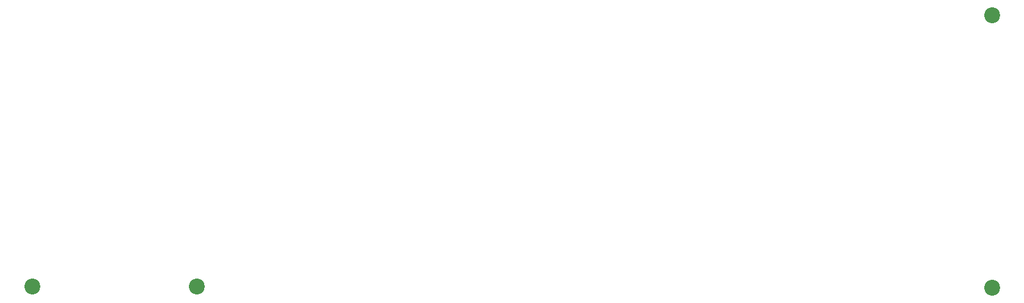
<source format=gbr>
%TF.GenerationSoftware,Altium Limited,Altium Designer,22.4.2 (48)*%
G04 Layer_Color=0*
%FSLAX45Y45*%
%MOMM*%
%TF.SameCoordinates,3A7B4B19-9BDF-4AC5-8A71-DEF6C9DA19E2*%
%TF.FilePolarity,Positive*%
%TF.FileFunction,NonPlated,1,6,NPTH,Drill*%
%TF.Part,Single*%
G01*
G75*
%TA.AperFunction,ComponentDrill*%
%ADD186C,2.20000*%
%ADD187C,2.20000*%
D186*
X5690001Y1630000D02*
D03*
X3410000Y1630000D02*
D03*
D187*
X16700000Y1610000D02*
D03*
Y5390000D02*
D03*
%TF.MD5,569a3854c8f70963cd30b19621923232*%
M02*

</source>
